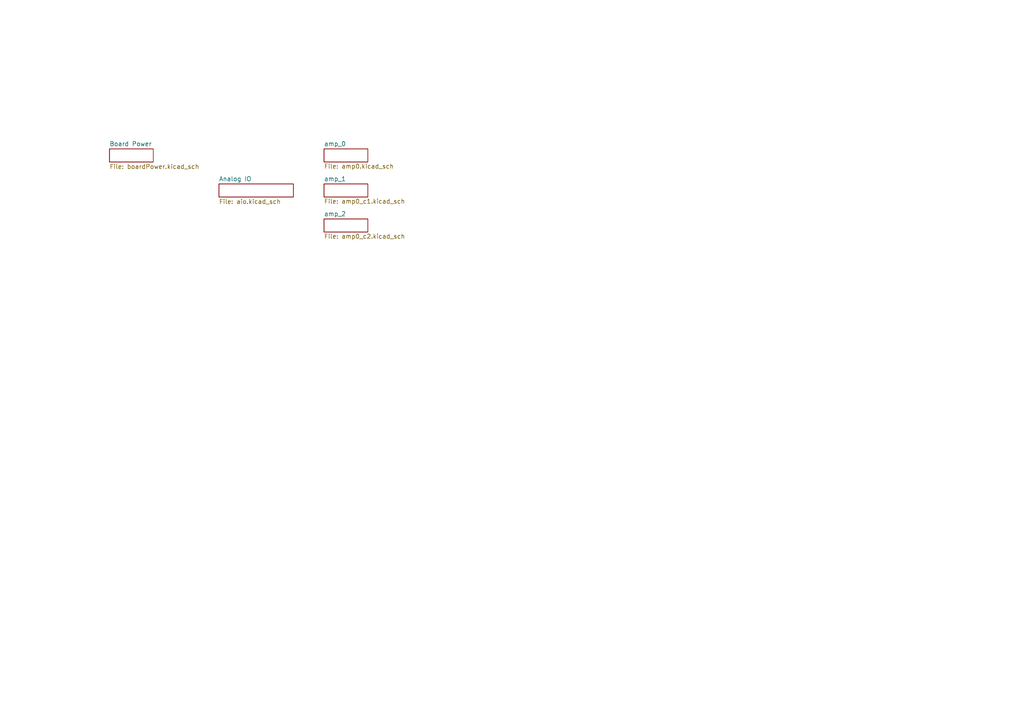
<source format=kicad_sch>
(kicad_sch
	(version 20231120)
	(generator "eeschema")
	(generator_version "8.0")
	(uuid "c6103430-c27a-4e90-8e2e-9404255f5ee3")
	(paper "A4")
	(lib_symbols)
	(sheet
		(at 93.98 43.18)
		(size 12.7 3.81)
		(stroke
			(width 0.1524)
			(type solid)
		)
		(fill
			(color 0 0 0 0.0000)
		)
		(uuid "4b870615-1fdd-4c38-ae2a-ce2f07b58b57")
		(property "Sheetname" "amp_0"
			(at 93.98 42.4684 0)
			(effects
				(font
					(size 1.27 1.27)
				)
				(justify left bottom)
			)
		)
		(property "Sheetfile" "amp0.kicad_sch"
			(at 93.98 47.498 0)
			(effects
				(font
					(size 1.27 1.27)
				)
				(justify left top)
			)
		)
		(instances
			(project "amp_board_final_wDNP"
				(path "/c6103430-c27a-4e90-8e2e-9404255f5ee3"
					(page "5")
				)
			)
		)
	)
	(sheet
		(at 63.5 53.34)
		(size 21.59 3.81)
		(fields_autoplaced yes)
		(stroke
			(width 0.1524)
			(type solid)
		)
		(fill
			(color 0 0 0 0.0000)
		)
		(uuid "7c57c744-c249-4038-95bb-f0647f1e1f7f")
		(property "Sheetname" "Analog IO"
			(at 63.5 52.6284 0)
			(effects
				(font
					(size 1.27 1.27)
				)
				(justify left bottom)
			)
		)
		(property "Sheetfile" "aio.kicad_sch"
			(at 63.5 57.7346 0)
			(effects
				(font
					(size 1.27 1.27)
				)
				(justify left top)
			)
		)
		(instances
			(project "amp_board_final_wDNP"
				(path "/c6103430-c27a-4e90-8e2e-9404255f5ee3"
					(page "3")
				)
			)
		)
	)
	(sheet
		(at 31.75 43.18)
		(size 12.7 3.81)
		(fields_autoplaced yes)
		(stroke
			(width 0.1524)
			(type solid)
		)
		(fill
			(color 0 0 0 0.0000)
		)
		(uuid "ab3d06fa-a7a0-4394-b6d7-1ca538756c6f")
		(property "Sheetname" "Board Power"
			(at 31.75 42.4684 0)
			(effects
				(font
					(size 1.27 1.27)
				)
				(justify left bottom)
			)
		)
		(property "Sheetfile" "boardPower.kicad_sch"
			(at 31.75 47.5746 0)
			(effects
				(font
					(size 1.27 1.27)
				)
				(justify left top)
			)
		)
		(instances
			(project "amp_board_final_wDNP"
				(path "/c6103430-c27a-4e90-8e2e-9404255f5ee3"
					(page "2")
				)
			)
		)
	)
	(sheet
		(at 93.98 53.34)
		(size 12.7 3.81)
		(stroke
			(width 0.1524)
			(type solid)
		)
		(fill
			(color 0 0 0 0.0000)
		)
		(uuid "c8ad83c8-40c3-4c33-8b0f-6ad3136f09c0")
		(property "Sheetname" "amp_1"
			(at 93.98 52.6284 0)
			(effects
				(font
					(size 1.27 1.27)
				)
				(justify left bottom)
			)
		)
		(property "Sheetfile" "amp0_c1.kicad_sch"
			(at 93.98 57.658 0)
			(effects
				(font
					(size 1.27 1.27)
				)
				(justify left top)
			)
		)
		(instances
			(project "amp_board_final_wDNP"
				(path "/c6103430-c27a-4e90-8e2e-9404255f5ee3"
					(page "4")
				)
			)
		)
	)
	(sheet
		(at 93.98 63.5)
		(size 12.7 3.81)
		(stroke
			(width 0.1524)
			(type solid)
		)
		(fill
			(color 0 0 0 0.0000)
		)
		(uuid "e6f471f9-2860-4144-a99b-99deabdc300e")
		(property "Sheetname" "amp_2"
			(at 93.98 62.7884 0)
			(effects
				(font
					(size 1.27 1.27)
				)
				(justify left bottom)
			)
		)
		(property "Sheetfile" "amp0_c2.kicad_sch"
			(at 93.98 67.818 0)
			(effects
				(font
					(size 1.27 1.27)
				)
				(justify left top)
			)
		)
		(instances
			(project "amp_board_final_wDNP"
				(path "/c6103430-c27a-4e90-8e2e-9404255f5ee3"
					(page "6")
				)
			)
		)
	)
	(sheet_instances
		(path "/"
			(page "1")
		)
	)
)

</source>
